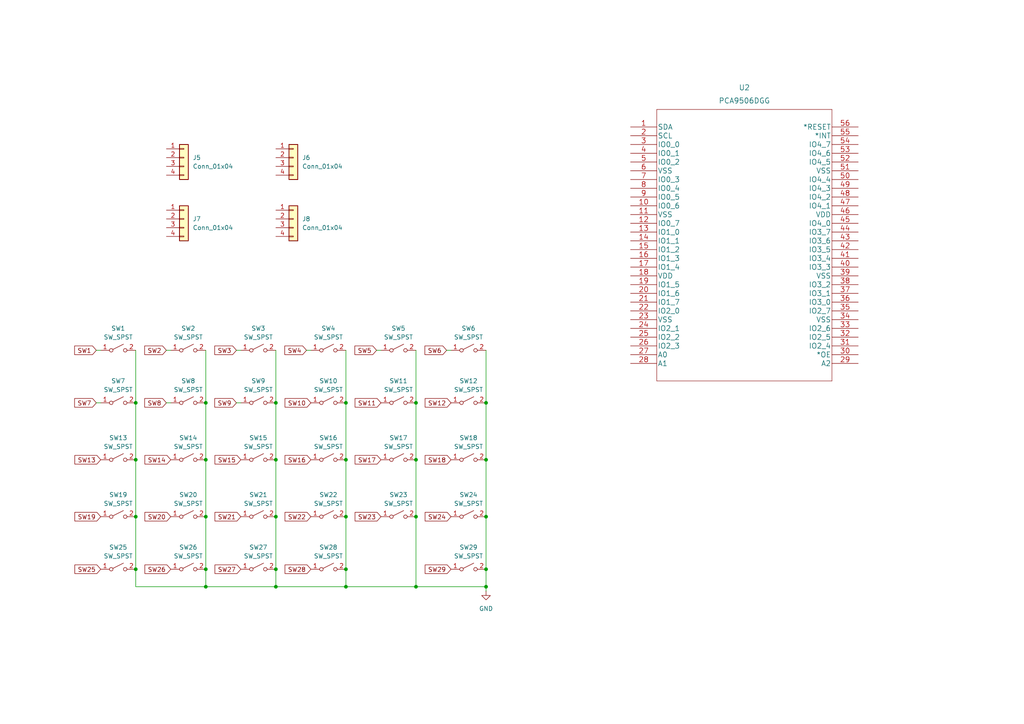
<source format=kicad_sch>
(kicad_sch (version 20211123) (generator eeschema)
  (paper "A4")
  (title_block (title "Denali - Left Keyboard") (date "2022-06-15") (rev "0.1") (company "OSHMount Tech"))
  (lib_symbols
    (symbol "Connector_Generic:Conn_01x04" (pin_names (offset 1.016) hide)
      (property "Reference" "J" (at 0 5.08 0))
      (property "Value" "Conn_01x04" (at 0 -7.62 0))
      (symbol "Conn_01x04_1_1"
        (rectangle (start -1.27 -4.953) (end 0 -5.207) (stroke (width 0.1524)))
        (rectangle (start -1.27 -2.413) (end 0 -2.667) (stroke (width 0.1524)))
        (rectangle (start -1.27 0.127) (end 0 -0.127) (stroke (width 0.1524)))
        (rectangle (start -1.27 2.667) (end 0 2.413) (stroke (width 0.1524)))
        (rectangle (start -1.27 3.81) (end 1.27 -6.35) (stroke (width 0.254)) (fill (type background)))
        (pin passive line (at -5.08 2.54 0) (length 3.81) (name "Pin_1") (number "1"))
        (pin passive line (at -5.08 0 0) (length 3.81) (name "Pin_2") (number "2"))
        (pin passive line (at -5.08 -2.54 0) (length 3.81) (name "Pin_3") (number "3"))
        (pin passive line (at -5.08 -5.08 0) (length 3.81) (name "Pin_4") (number "4"))
      )
    )
    (symbol "Kailh:SW_SPST" (pin_names (offset 0) hide)
      (property "Reference" "SW" (at 0 3.175 0))
      (property "Value" "SW_SPST" (at 0 -2.54 0))
      (symbol "SW_SPST_0_0"
        (circle (center -2.032 0) (radius 0.508))
        (polyline (pts (xy -1.524 0.254) (xy 1.524 1.778)))
        (circle (center 2.032 0) (radius 0.508))
      )
      (symbol "SW_SPST_1_1"
        (pin passive line (at -5.08 0 0) (length 2.54) (name "A") (number "1"))
        (pin passive line (at 5.08 0 180) (length 2.54) (name "B") (number "2"))
      )
    )
    (symbol "PCA9506:PCA9506DGG" (pin_names (offset 0.254))
      (property "Reference" "U" (at 33.02 10.16 0))
      (property "Value" "PCA9506DGG" (at 33.02 7.62 0))
      (symbol "PCA9506DGG_1_1"
        (polyline (pts (xy 7.62 -73.66) (xy 58.42 -73.66)) (stroke (width 0.127)))
        (polyline (pts (xy 7.62 5.08) (xy 7.62 -73.66)) (stroke (width 0.127)))
        (polyline (pts (xy 58.42 -73.66) (xy 58.42 5.08)) (stroke (width 0.127)))
        (polyline (pts (xy 58.42 5.08) (xy 7.62 5.08)) (stroke (width 0.127)))
        (pin unspecified line (at 0 0 0) (length 7.62) (name "SDA") (number "1"))
        (pin unspecified line (at 0 -22.86 0) (length 7.62) (name "IO0_6") (number "10"))
        (pin unspecified line (at 0 -25.4 0) (length 7.62) (name "VSS") (number "11"))
        (pin unspecified line (at 0 -27.94 0) (length 7.62) (name "IO0_7") (number "12"))
        (pin unspecified line (at 0 -30.48 0) (length 7.62) (name "IO1_0") (number "13"))
        (pin unspecified line (at 0 -33.02 0) (length 7.62) (name "IO1_1") (number "14"))
        (pin unspecified line (at 0 -35.56 0) (length 7.62) (name "IO1_2") (number "15"))
        (pin unspecified line (at 0 -38.1 0) (length 7.62) (name "IO1_3") (number "16"))
        (pin unspecified line (at 0 -40.64 0) (length 7.62) (name "IO1_4") (number "17"))
        (pin unspecified line (at 0 -43.18 0) (length 7.62) (name "VDD") (number "18"))
        (pin unspecified line (at 0 -45.72 0) (length 7.62) (name "IO1_5") (number "19"))
        (pin unspecified line (at 0 -2.54 0) (length 7.62) (name "SCL") (number "2"))
        (pin unspecified line (at 0 -48.26 0) (length 7.62) (name "IO1_6") (number "20"))
        (pin unspecified line (at 0 -50.8 0) (length 7.62) (name "IO1_7") (number "21"))
        (pin unspecified line (at 0 -53.34 0) (length 7.62) (name "IO2_0") (number "22"))
        (pin unspecified line (at 0 -55.88 0) (length 7.62) (name "VSS") (number "23"))
        (pin unspecified line (at 0 -58.42 0) (length 7.62) (name "IO2_1") (number "24"))
        (pin unspecified line (at 0 -60.96 0) (length 7.62) (name "IO2_2") (number "25"))
        (pin unspecified line (at 0 -63.5 0) (length 7.62) (name "IO2_3") (number "26"))
        (pin unspecified line (at 0 -66.04 0) (length 7.62) (name "A0") (number "27"))
        (pin unspecified line (at 0 -68.58 0) (length 7.62) (name "A1") (number "28"))
        (pin unspecified line (at 66.04 -68.58 180) (length 7.62) (name "A2") (number "29"))
        (pin unspecified line (at 0 -5.08 0) (length 7.62) (name "IO0_0") (number "3"))
        (pin unspecified line (at 66.04 -66.04 180) (length 7.62) (name "*OE") (number "30"))
        (pin unspecified line (at 66.04 -63.5 180) (length 7.62) (name "IO2_4") (number "31"))
        (pin unspecified line (at 66.04 -60.96 180) (length 7.62) (name "IO2_5") (number "32"))
        (pin unspecified line (at 66.04 -58.42 180) (length 7.62) (name "IO2_6") (number "33"))
        (pin unspecified line (at 66.04 -55.88 180) (length 7.62) (name "VSS") (number "34"))
        (pin unspecified line (at 66.04 -53.34 180) (length 7.62) (name "IO2_7") (number "35"))
        (pin unspecified line (at 66.04 -50.8 180) (length 7.62) (name "IO3_0") (number "36"))
        (pin unspecified line (at 66.04 -48.26 180) (length 7.62) (name "IO3_1") (number "37"))
        (pin unspecified line (at 66.04 -45.72 180) (length 7.62) (name "IO3_2") (number "38"))
        (pin unspecified line (at 66.04 -43.18 180) (length 7.62) (name "VSS") (number "39"))
        (pin unspecified line (at 0 -7.62 0) (length 7.62) (name "IO0_1") (number "4"))
        (pin unspecified line (at 66.04 -40.64 180) (length 7.62) (name "IO3_3") (number "40"))
        (pin unspecified line (at 66.04 -38.1 180) (length 7.62) (name "IO3_4") (number "41"))
        (pin unspecified line (at 66.04 -35.56 180) (length 7.62) (name "IO3_5") (number "42"))
        (pin unspecified line (at 66.04 -33.02 180) (length 7.62) (name "IO3_6") (number "43"))
        (pin unspecified line (at 66.04 -30.48 180) (length 7.62) (name "IO3_7") (number "44"))
        (pin unspecified line (at 66.04 -27.94 180) (length 7.62) (name "IO4_0") (number "45"))
        (pin unspecified line (at 66.04 -25.4 180) (length 7.62) (name "VDD") (number "46"))
        (pin unspecified line (at 66.04 -22.86 180) (length 7.62) (name "IO4_1") (number "47"))
        (pin unspecified line (at 66.04 -20.32 180) (length 7.62) (name "IO4_2") (number "48"))
        (pin unspecified line (at 66.04 -17.78 180) (length 7.62) (name "IO4_3") (number "49"))
        (pin unspecified line (at 0 -10.16 0) (length 7.62) (name "IO0_2") (number "5"))
        (pin unspecified line (at 66.04 -15.24 180) (length 7.62) (name "IO4_4") (number "50"))
        (pin unspecified line (at 66.04 -12.7 180) (length 7.62) (name "VSS") (number "51"))
        (pin unspecified line (at 66.04 -10.16 180) (length 7.62) (name "IO4_5") (number "52"))
        (pin unspecified line (at 66.04 -7.62 180) (length 7.62) (name "IO4_6") (number "53"))
        (pin unspecified line (at 66.04 -5.08 180) (length 7.62) (name "IO4_7") (number "54"))
        (pin unspecified line (at 66.04 -2.54 180) (length 7.62) (name "*INT") (number "55"))
        (pin unspecified line (at 66.04 0 180) (length 7.62) (name "*RESET") (number "56"))
        (pin unspecified line (at 0 -12.7 0) (length 7.62) (name "VSS") (number "6"))
        (pin unspecified line (at 0 -15.24 0) (length 7.62) (name "IO0_3") (number "7"))
        (pin unspecified line (at 0 -17.78 0) (length 7.62) (name "IO0_4") (number "8"))
        (pin unspecified line (at 0 -20.32 0) (length 7.62) (name "IO0_5") (number "9"))
      )
    )
    (symbol "SW_SPST_1" (pin_names (offset 0) hide)
      (property "Reference" "SW" (at 0 3.175 0))
      (property "Value" "SW_SPST_1" (at 0 -2.54 0))
      (symbol "SW_SPST_1_0_0"
        (circle (center -2.032 0) (radius 0.508))
        (polyline (pts (xy -1.524 0.254) (xy 1.524 1.778)))
        (circle (center 2.032 0) (radius 0.508))
      )
      (symbol "SW_SPST_1_1_1"
        (pin passive line (at -5.08 0 0) (length 2.54) (name "A") (number "1"))
        (pin passive line (at 5.08 0 180) (length 2.54) (name "B") (number "2"))
      )
    )
    (symbol "SW_SPST_10" (pin_names (offset 0) hide)
      (property "Reference" "SW" (at 0 3.175 0))
      (property "Value" "SW_SPST_10" (at 0 -2.54 0))
      (symbol "SW_SPST_10_0_0"
        (circle (center -2.032 0) (radius 0.508))
        (polyline (pts (xy -1.524 0.254) (xy 1.524 1.778)))
        (circle (center 2.032 0) (radius 0.508))
      )
      (symbol "SW_SPST_10_1_1"
        (pin passive line (at -5.08 0 0) (length 2.54) (name "A") (number "1"))
        (pin passive line (at 5.08 0 180) (length 2.54) (name "B") (number "2"))
      )
    )
    (symbol "SW_SPST_11" (pin_names (offset 0) hide)
      (property "Reference" "SW" (at 0 3.175 0))
      (property "Value" "SW_SPST_11" (at 0 -2.54 0))
      (symbol "SW_SPST_11_0_0"
        (circle (center -2.032 0) (radius 0.508))
        (polyline (pts (xy -1.524 0.254) (xy 1.524 1.778)))
        (circle (center 2.032 0) (radius 0.508))
      )
      (symbol "SW_SPST_11_1_1"
        (pin passive line (at -5.08 0 0) (length 2.54) (name "A") (number "1"))
        (pin passive line (at 5.08 0 180) (length 2.54) (name "B") (number "2"))
      )
    )
    (symbol "SW_SPST_12" (pin_names (offset 0) hide)
      (property "Reference" "SW" (at 0 3.175 0))
      (property "Value" "SW_SPST_12" (at 0 -2.54 0))
      (symbol "SW_SPST_12_0_0"
        (circle (center -2.032 0) (radius 0.508))
        (polyline (pts (xy -1.524 0.254) (xy 1.524 1.778)))
        (circle (center 2.032 0) (radius 0.508))
      )
      (symbol "SW_SPST_12_1_1"
        (pin passive line (at -5.08 0 0) (length 2.54) (name "A") (number "1"))
        (pin passive line (at 5.08 0 180) (length 2.54) (name "B") (number "2"))
      )
    )
    (symbol "SW_SPST_13" (pin_names (offset 0) hide)
      (property "Reference" "SW" (at 0 3.175 0))
      (property "Value" "SW_SPST_13" (at 0 -2.54 0))
      (symbol "SW_SPST_13_0_0"
        (circle (center -2.032 0) (radius 0.508))
        (polyline (pts (xy -1.524 0.254) (xy 1.524 1.778)))
        (circle (center 2.032 0) (radius 0.508))
      )
      (symbol "SW_SPST_13_1_1"
        (pin passive line (at -5.08 0 0) (length 2.54) (name "A") (number "1"))
        (pin passive line (at 5.08 0 180) (length 2.54) (name "B") (number "2"))
      )
    )
    (symbol "SW_SPST_14" (pin_names (offset 0) hide)
      (property "Reference" "SW" (at 0 3.175 0))
      (property "Value" "SW_SPST_14" (at 0 -2.54 0))
      (symbol "SW_SPST_14_0_0"
        (circle (center -2.032 0) (radius 0.508))
        (polyline (pts (xy -1.524 0.254) (xy 1.524 1.778)))
        (circle (center 2.032 0) (radius 0.508))
      )
      (symbol "SW_SPST_14_1_1"
        (pin passive line (at -5.08 0 0) (length 2.54) (name "A") (number "1"))
        (pin passive line (at 5.08 0 180) (length 2.54) (name "B") (number "2"))
      )
    )
    (symbol "SW_SPST_15" (pin_names (offset 0) hide)
      (property "Reference" "SW" (at 0 3.175 0))
      (property "Value" "SW_SPST_15" (at 0 -2.54 0))
      (symbol "SW_SPST_15_0_0"
        (circle (center -2.032 0) (radius 0.508))
        (polyline (pts (xy -1.524 0.254) (xy 1.524 1.778)))
        (circle (center 2.032 0) (radius 0.508))
      )
      (symbol "SW_SPST_15_1_1"
        (pin passive line (at -5.08 0 0) (length 2.54) (name "A") (number "1"))
        (pin passive line (at 5.08 0 180) (length 2.54) (name "B") (number "2"))
      )
    )
    (symbol "SW_SPST_16" (pin_names (offset 0) hide)
      (property "Reference" "SW" (at 0 3.175 0))
      (property "Value" "SW_SPST_16" (at 0 -2.54 0))
      (symbol "SW_SPST_16_0_0"
        (circle (center -2.032 0) (radius 0.508))
        (polyline (pts (xy -1.524 0.254) (xy 1.524 1.778)))
        (circle (center 2.032 0) (radius 0.508))
      )
      (symbol "SW_SPST_16_1_1"
        (pin passive line (at -5.08 0 0) (length 2.54) (name "A") (number "1"))
        (pin passive line (at 5.08 0 180) (length 2.54) (name "B") (number "2"))
      )
    )
    (symbol "SW_SPST_17" (pin_names (offset 0) hide)
      (property "Reference" "SW" (at 0 3.175 0))
      (property "Value" "SW_SPST_17" (at 0 -2.54 0))
      (symbol "SW_SPST_17_0_0"
        (circle (center -2.032 0) (radius 0.508))
        (polyline (pts (xy -1.524 0.254) (xy 1.524 1.778)))
        (circle (center 2.032 0) (radius 0.508))
      )
      (symbol "SW_SPST_17_1_1"
        (pin passive line (at -5.08 0 0) (length 2.54) (name "A") (number "1"))
        (pin passive line (at 5.08 0 180) (length 2.54) (name "B") (number "2"))
      )
    )
    (symbol "SW_SPST_18" (pin_names (offset 0) hide)
      (property "Reference" "SW" (at 0 3.175 0))
      (property "Value" "SW_SPST_18" (at 0 -2.54 0))
      (symbol "SW_SPST_18_0_0"
        (circle (center -2.032 0) (radius 0.508))
        (polyline (pts (xy -1.524 0.254) (xy 1.524 1.778)))
        (circle (center 2.032 0) (radius 0.508))
      )
      (symbol "SW_SPST_18_1_1"
        (pin passive line (at -5.08 0 0) (length 2.54) (name "A") (number "1"))
        (pin passive line (at 5.08 0 180) (length 2.54) (name "B") (number "2"))
      )
    )
    (symbol "SW_SPST_19" (pin_names (offset 0) hide)
      (property "Reference" "SW" (at 0 3.175 0))
      (property "Value" "SW_SPST_19" (at 0 -2.54 0))
      (symbol "SW_SPST_19_0_0"
        (circle (center -2.032 0) (radius 0.508))
        (polyline (pts (xy -1.524 0.254) (xy 1.524 1.778)))
        (circle (center 2.032 0) (radius 0.508))
      )
      (symbol "SW_SPST_19_1_1"
        (pin passive line (at -5.08 0 0) (length 2.54) (name "A") (number "1"))
        (pin passive line (at 5.08 0 180) (length 2.54) (name "B") (number "2"))
      )
    )
    (symbol "SW_SPST_2" (pin_names (offset 0) hide)
      (property "Reference" "SW" (at 0 3.175 0))
      (property "Value" "SW_SPST_2" (at 0 -2.54 0))
      (symbol "SW_SPST_2_0_0"
        (circle (center -2.032 0) (radius 0.508))
        (polyline (pts (xy -1.524 0.254) (xy 1.524 1.778)))
        (circle (center 2.032 0) (radius 0.508))
      )
      (symbol "SW_SPST_2_1_1"
        (pin passive line (at -5.08 0 0) (length 2.54) (name "A") (number "1"))
        (pin passive line (at 5.08 0 180) (length 2.54) (name "B") (number "2"))
      )
    )
    (symbol "SW_SPST_20" (pin_names (offset 0) hide)
      (property "Reference" "SW" (at 0 3.175 0))
      (property "Value" "SW_SPST_20" (at 0 -2.54 0))
      (symbol "SW_SPST_20_0_0"
        (circle (center -2.032 0) (radius 0.508))
        (polyline (pts (xy -1.524 0.254) (xy 1.524 1.778)))
        (circle (center 2.032 0) (radius 0.508))
      )
      (symbol "SW_SPST_20_1_1"
        (pin passive line (at -5.08 0 0) (length 2.54) (name "A") (number "1"))
        (pin passive line (at 5.08 0 180) (length 2.54) (name "B") (number "2"))
      )
    )
    (symbol "SW_SPST_21" (pin_names (offset 0) hide)
      (property "Reference" "SW" (at 0 3.175 0))
      (property "Value" "SW_SPST_21" (at 0 -2.54 0))
      (symbol "SW_SPST_21_0_0"
        (circle (center -2.032 0) (radius 0.508))
        (polyline (pts (xy -1.524 0.254) (xy 1.524 1.778)))
        (circle (center 2.032 0) (radius 0.508))
      )
      (symbol "SW_SPST_21_1_1"
        (pin passive line (at -5.08 0 0) (length 2.54) (name "A") (number "1"))
        (pin passive line (at 5.08 0 180) (length 2.54) (name "B") (number "2"))
      )
    )
    (symbol "SW_SPST_22" (pin_names (offset 0) hide)
      (property "Reference" "SW" (at 0 3.175 0))
      (property "Value" "SW_SPST_22" (at 0 -2.54 0))
      (symbol "SW_SPST_22_0_0"
        (circle (center -2.032 0) (radius 0.508))
        (polyline (pts (xy -1.524 0.254) (xy 1.524 1.778)))
        (circle (center 2.032 0) (radius 0.508))
      )
      (symbol "SW_SPST_22_1_1"
        (pin passive line (at -5.08 0 0) (length 2.54) (name "A") (number "1"))
        (pin passive line (at 5.08 0 180) (length 2.54) (name "B") (number "2"))
      )
    )
    (symbol "SW_SPST_23" (pin_names (offset 0) hide)
      (property "Reference" "SW" (at 0 3.175 0))
      (property "Value" "SW_SPST_23" (at 0 -2.54 0))
      (symbol "SW_SPST_23_0_0"
        (circle (center -2.032 0) (radius 0.508))
        (polyline (pts (xy -1.524 0.254) (xy 1.524 1.778)))
        (circle (center 2.032 0) (radius 0.508))
      )
      (symbol "SW_SPST_23_1_1"
        (pin passive line (at -5.08 0 0) (length 2.54) (name "A") (number "1"))
        (pin passive line (at 5.08 0 180) (length 2.54) (name "B") (number "2"))
      )
    )
    (symbol "SW_SPST_24" (pin_names (offset 0) hide)
      (property "Reference" "SW" (at 0 3.175 0))
      (property "Value" "SW_SPST_24" (at 0 -2.54 0))
      (symbol "SW_SPST_24_0_0"
        (circle (center -2.032 0) (radius 0.508))
        (polyline (pts (xy -1.524 0.254) (xy 1.524 1.778)))
        (circle (center 2.032 0) (radius 0.508))
      )
      (symbol "SW_SPST_24_1_1"
        (pin passive line (at -5.08 0 0) (length 2.54) (name "A") (number "1"))
        (pin passive line (at 5.08 0 180) (length 2.54) (name "B") (number "2"))
      )
    )
    (symbol "SW_SPST_25" (pin_names (offset 0) hide)
      (property "Reference" "SW" (at 0 3.175 0))
      (property "Value" "SW_SPST_25" (at 0 -2.54 0))
      (symbol "SW_SPST_25_0_0"
        (circle (center -2.032 0) (radius 0.508))
        (polyline (pts (xy -1.524 0.254) (xy 1.524 1.778)))
        (circle (center 2.032 0) (radius 0.508))
      )
      (symbol "SW_SPST_25_1_1"
        (pin passive line (at -5.08 0 0) (length 2.54) (name "A") (number "1"))
        (pin passive line (at 5.08 0 180) (length 2.54) (name "B") (number "2"))
      )
    )
    (symbol "SW_SPST_26" (pin_names (offset 0) hide)
      (property "Reference" "SW" (at 0 3.175 0))
      (property "Value" "SW_SPST_26" (at 0 -2.54 0))
      (symbol "SW_SPST_26_0_0"
        (circle (center -2.032 0) (radius 0.508))
        (polyline (pts (xy -1.524 0.254) (xy 1.524 1.778)))
        (circle (center 2.032 0) (radius 0.508))
      )
      (symbol "SW_SPST_26_1_1"
        (pin passive line (at -5.08 0 0) (length 2.54) (name "A") (number "1"))
        (pin passive line (at 5.08 0 180) (length 2.54) (name "B") (number "2"))
      )
    )
    (symbol "SW_SPST_27" (pin_names (offset 0) hide)
      (property "Reference" "SW" (at 0 3.175 0))
      (property "Value" "SW_SPST_27" (at 0 -2.54 0))
      (symbol "SW_SPST_27_0_0"
        (circle (center -2.032 0) (radius 0.508))
        (polyline (pts (xy -1.524 0.254) (xy 1.524 1.778)))
        (circle (center 2.032 0) (radius 0.508))
      )
      (symbol "SW_SPST_27_1_1"
        (pin passive line (at -5.08 0 0) (length 2.54) (name "A") (number "1"))
        (pin passive line (at 5.08 0 180) (length 2.54) (name "B") (number "2"))
      )
    )
    (symbol "SW_SPST_28" (pin_names (offset 0) hide)
      (property "Reference" "SW" (at 0 3.175 0))
      (property "Value" "SW_SPST_28" (at 0 -2.54 0))
      (symbol "SW_SPST_28_0_0"
        (circle (center -2.032 0) (radius 0.508))
        (polyline (pts (xy -1.524 0.254) (xy 1.524 1.778)))
        (circle (center 2.032 0) (radius 0.508))
      )
      (symbol "SW_SPST_28_1_1"
        (pin passive line (at -5.08 0 0) (length 2.54) (name "A") (number "1"))
        (pin passive line (at 5.08 0 180) (length 2.54) (name "B") (number "2"))
      )
    )
    (symbol "SW_SPST_3" (pin_names (offset 0) hide)
      (property "Reference" "SW" (at 0 3.175 0))
      (property "Value" "SW_SPST_3" (at 0 -2.54 0))
      (symbol "SW_SPST_3_0_0"
        (circle (center -2.032 0) (radius 0.508))
        (polyline (pts (xy -1.524 0.254) (xy 1.524 1.778)))
        (circle (center 2.032 0) (radius 0.508))
      )
      (symbol "SW_SPST_3_1_1"
        (pin passive line (at -5.08 0 0) (length 2.54) (name "A") (number "1"))
        (pin passive line (at 5.08 0 180) (length 2.54) (name "B") (number "2"))
      )
    )
    (symbol "SW_SPST_4" (pin_names (offset 0) hide)
      (property "Reference" "SW" (at 0 3.175 0))
      (property "Value" "SW_SPST_4" (at 0 -2.54 0))
      (symbol "SW_SPST_4_0_0"
        (circle (center -2.032 0) (radius 0.508))
        (polyline (pts (xy -1.524 0.254) (xy 1.524 1.778)))
        (circle (center 2.032 0) (radius 0.508))
      )
      (symbol "SW_SPST_4_1_1"
        (pin passive line (at -5.08 0 0) (length 2.54) (name "A") (number "1"))
        (pin passive line (at 5.08 0 180) (length 2.54) (name "B") (number "2"))
      )
    )
    (symbol "SW_SPST_5" (pin_names (offset 0) hide)
      (property "Reference" "SW" (at 0 3.175 0))
      (property "Value" "SW_SPST_5" (at 0 -2.54 0))
      (symbol "SW_SPST_5_0_0"
        (circle (center -2.032 0) (radius 0.508))
        (polyline (pts (xy -1.524 0.254) (xy 1.524 1.778)))
        (circle (center 2.032 0) (radius 0.508))
      )
      (symbol "SW_SPST_5_1_1"
        (pin passive line (at -5.08 0 0) (length 2.54) (name "A") (number "1"))
        (pin passive line (at 5.08 0 180) (length 2.54) (name "B") (number "2"))
      )
    )
    (symbol "SW_SPST_6" (pin_names (offset 0) hide)
      (property "Reference" "SW" (at 0 3.175 0))
      (property "Value" "SW_SPST_6" (at 0 -2.54 0))
      (symbol "SW_SPST_6_0_0"
        (circle (center -2.032 0) (radius 0.508))
        (polyline (pts (xy -1.524 0.254) (xy 1.524 1.778)))
        (circle (center 2.032 0) (radius 0.508))
      )
      (symbol "SW_SPST_6_1_1"
        (pin passive line (at -5.08 0 0) (length 2.54) (name "A") (number "1"))
        (pin passive line (at 5.08 0 180) (length 2.54) (name "B") (number "2"))
      )
    )
    (symbol "SW_SPST_7" (pin_names (offset 0) hide)
      (property "Reference" "SW" (at 0 3.175 0))
      (property "Value" "SW_SPST_7" (at 0 -2.54 0))
      (symbol "SW_SPST_7_0_0"
        (circle (center -2.032 0) (radius 0.508))
        (polyline (pts (xy -1.524 0.254) (xy 1.524 1.778)))
        (circle (center 2.032 0) (radius 0.508))
      )
      (symbol "SW_SPST_7_1_1"
        (pin passive line (at -5.08 0 0) (length 2.54) (name "A") (number "1"))
        (pin passive line (at 5.08 0 180) (length 2.54) (name "B") (number "2"))
      )
    )
    (symbol "SW_SPST_8" (pin_names (offset 0) hide)
      (property "Reference" "SW" (at 0 3.175 0))
      (property "Value" "SW_SPST_8" (at 0 -2.54 0))
      (symbol "SW_SPST_8_0_0"
        (circle (center -2.032 0) (radius 0.508))
        (polyline (pts (xy -1.524 0.254) (xy 1.524 1.778)))
        (circle (center 2.032 0) (radius 0.508))
      )
      (symbol "SW_SPST_8_1_1"
        (pin passive line (at -5.08 0 0) (length 2.54) (name "A") (number "1"))
        (pin passive line (at 5.08 0 180) (length 2.54) (name "B") (number "2"))
      )
    )
    (symbol "SW_SPST_9" (pin_names (offset 0) hide)
      (property "Reference" "SW" (at 0 3.175 0))
      (property "Value" "SW_SPST_9" (at 0 -2.54 0))
      (symbol "SW_SPST_9_0_0"
        (circle (center -2.032 0) (radius 0.508))
        (polyline (pts (xy -1.524 0.254) (xy 1.524 1.778)))
        (circle (center 2.032 0) (radius 0.508))
      )
      (symbol "SW_SPST_9_1_1"
        (pin passive line (at -5.08 0 0) (length 2.54) (name "A") (number "1"))
        (pin passive line (at 5.08 0 180) (length 2.54) (name "B") (number "2"))
      )
    )
    (symbol "power:GND" (power) (pin_names (offset 0))
      (property "Value" "GND" (at 0 -3.81 0))
      (symbol "GND_0_1"
        (polyline (pts (xy 0 0) (xy 0 -1.27) (xy 1.27 -1.27) (xy 0 -2.54) (xy -1.27 -1.27) (xy 0 -1.27)))
      )
      (symbol "GND_1_1"
        (pin power_in line (at 0 0 270) (length 0) hide (name "GND") (number "1"))
      )
    )
  )
  (junction (at 59.69 133.35))
  (junction (at 80.01 116.84))
  (junction (at 140.97 133.35))
  (junction (at 100.33 149.86))
  (junction (at 80.01 170.18))
  (junction (at 80.01 133.35))
  (junction (at 39.37 149.86))
  (junction (at 140.97 116.84))
  (junction (at 59.69 149.86))
  (junction (at 39.37 116.84))
  (junction (at 120.65 149.86))
  (junction (at 120.65 170.18))
  (junction (at 140.97 165.1))
  (junction (at 59.69 170.18))
  (junction (at 100.33 165.1))
  (junction (at 39.37 165.1))
  (junction (at 120.65 133.35))
  (junction (at 140.97 149.86))
  (junction (at 100.33 133.35))
  (junction (at 59.69 116.84))
  (junction (at 100.33 116.84))
  (junction (at 80.01 165.1))
  (junction (at 100.33 170.18))
  (junction (at 39.37 133.35))
  (junction (at 120.65 116.84))
  (junction (at 140.97 170.18))
  (junction (at 80.01 149.86))
  (junction (at 59.69 165.1))
  (wire (pts (xy 140.97 165.1) (xy 140.97 170.18)))
  (wire (pts (xy 120.65 133.35) (xy 120.65 149.86)))
  (wire (pts (xy 39.37 116.84) (xy 39.37 133.35)))
  (wire (pts (xy 140.97 116.84) (xy 140.97 133.35)))
  (wire (pts (xy 120.65 101.6) (xy 120.65 116.84)))
  (wire (pts (xy 140.97 170.18) (xy 140.97 171.45)))
  (wire (pts (xy 59.69 101.6) (xy 59.69 116.84)))
  (wire (pts (xy 88.9 101.6) (xy 90.17 101.6)))
  (wire (pts (xy 27.94 101.6) (xy 29.21 101.6)))
  (wire (pts (xy 100.33 133.35) (xy 100.33 149.86)))
  (wire (pts (xy 68.58 116.84) (xy 69.85 116.84)))
  (wire (pts (xy 68.58 101.6) (xy 69.85 101.6)))
  (wire (pts (xy 100.33 165.1) (xy 100.33 170.18)))
  (wire (pts (xy 100.33 170.18) (xy 120.65 170.18)))
  (wire (pts (xy 39.37 101.6) (xy 39.37 116.84)))
  (wire (pts (xy 120.65 170.18) (xy 140.97 170.18)))
  (wire (pts (xy 80.01 149.86) (xy 80.01 165.1)))
  (wire (pts (xy 39.37 133.35) (xy 39.37 149.86)))
  (wire (pts (xy 100.33 116.84) (xy 100.33 133.35)))
  (wire (pts (xy 48.26 116.84) (xy 49.53 116.84)))
  (wire (pts (xy 59.69 133.35) (xy 59.69 149.86)))
  (wire (pts (xy 100.33 149.86) (xy 100.33 165.1)))
  (wire (pts (xy 39.37 149.86) (xy 39.37 165.1)))
  (wire (pts (xy 120.65 149.86) (xy 120.65 170.18)))
  (wire (pts (xy 140.97 101.6) (xy 140.97 116.84)))
  (wire (pts (xy 48.26 101.6) (xy 49.53 101.6)))
  (wire (pts (xy 80.01 170.18) (xy 100.33 170.18)))
  (wire (pts (xy 39.37 170.18) (xy 59.69 170.18)))
  (wire (pts (xy 140.97 149.86) (xy 140.97 165.1)))
  (wire (pts (xy 100.33 101.6) (xy 100.33 116.84)))
  (wire (pts (xy 140.97 133.35) (xy 140.97 149.86)))
  (wire (pts (xy 80.01 116.84) (xy 80.01 133.35)))
  (wire (pts (xy 80.01 165.1) (xy 80.01 170.18)))
  (wire (pts (xy 59.69 116.84) (xy 59.69 133.35)))
  (wire (pts (xy 109.22 101.6) (xy 110.49 101.6)))
  (wire (pts (xy 80.01 133.35) (xy 80.01 149.86)))
  (wire (pts (xy 27.94 116.84) (xy 29.21 116.84)))
  (wire (pts (xy 59.69 149.86) (xy 59.69 165.1)))
  (wire (pts (xy 129.54 101.6) (xy 130.81 101.6)))
  (wire (pts (xy 120.65 116.84) (xy 120.65 133.35)))
  (wire (pts (xy 39.37 165.1) (xy 39.37 170.18)))
  (wire (pts (xy 80.01 101.6) (xy 80.01 116.84)))
  (wire (pts (xy 59.69 170.18) (xy 80.01 170.18)))
  (wire (pts (xy 59.69 165.1) (xy 59.69 170.18)))
  (global_label "SW27" (shape input) (at 69.85 165.1 180) (property "Intersheet References" "${INTERSHEET_REFS}" (effects hide)))
  (global_label "SW20" (shape input) (at 49.53 149.86 180) (property "Intersheet References" "${INTERSHEET_REFS}" (effects hide)))
  (global_label "SW4" (shape input) (at 88.9 101.6 180) (property "Intersheet References" "${INTERSHEET_REFS}" (effects hide)))
  (global_label "SW1" (shape input) (at 27.94 101.6 180) (property "Intersheet References" "${INTERSHEET_REFS}" (effects hide)))
  (global_label "SW25" (shape input) (at 29.21 165.1 180) (property "Intersheet References" "${INTERSHEET_REFS}" (effects hide)))
  (global_label "SW12" (shape input) (at 130.81 116.84 180) (property "Intersheet References" "${INTERSHEET_REFS}" (effects hide)))
  (global_label "SW24" (shape input) (at 130.81 149.86 180) (property "Intersheet References" "${INTERSHEET_REFS}" (effects hide)))
  (global_label "SW13" (shape input) (at 29.21 133.35 180) (property "Intersheet References" "${INTERSHEET_REFS}" (effects hide)))
  (global_label "SW14" (shape input) (at 49.53 133.35 180) (property "Intersheet References" "${INTERSHEET_REFS}" (effects hide)))
  (global_label "SW6" (shape input) (at 129.54 101.6 180) (property "Intersheet References" "${INTERSHEET_REFS}" (effects hide)))
  (global_label "SW5" (shape input) (at 109.22 101.6 180) (property "Intersheet References" "${INTERSHEET_REFS}" (effects hide)))
  (global_label "SW10" (shape input) (at 90.17 116.84 180) (property "Intersheet References" "${INTERSHEET_REFS}" (effects hide)))
  (global_label "SW16" (shape input) (at 90.17 133.35 180) (property "Intersheet References" "${INTERSHEET_REFS}" (effects hide)))
  (global_label "SW28" (shape input) (at 90.17 165.1 180) (property "Intersheet References" "${INTERSHEET_REFS}" (effects hide)))
  (global_label "SW23" (shape input) (at 110.49 149.86 180) (property "Intersheet References" "${INTERSHEET_REFS}" (effects hide)))
  (global_label "SW17" (shape input) (at 110.49 133.35 180) (property "Intersheet References" "${INTERSHEET_REFS}" (effects hide)))
  (global_label "SW2" (shape input) (at 48.26 101.6 180) (property "Intersheet References" "${INTERSHEET_REFS}" (effects hide)))
  (global_label "SW9" (shape input) (at 68.58 116.84 180) (property "Intersheet References" "${INTERSHEET_REFS}" (effects hide)))
  (global_label "SW3" (shape input) (at 68.58 101.6 180) (property "Intersheet References" "${INTERSHEET_REFS}" (effects hide)))
  (global_label "SW15" (shape input) (at 69.85 133.35 180) (property "Intersheet References" "${INTERSHEET_REFS}" (effects hide)))
  (global_label "SW26" (shape input) (at 49.53 165.1 180) (property "Intersheet References" "${INTERSHEET_REFS}" (effects hide)))
  (global_label "SW8" (shape input) (at 48.26 116.84 180) (property "Intersheet References" "${INTERSHEET_REFS}" (effects hide)))
  (global_label "SW18" (shape input) (at 130.81 133.35 180) (property "Intersheet References" "${INTERSHEET_REFS}" (effects hide)))
  (global_label "SW11" (shape input) (at 110.49 116.84 180) (property "Intersheet References" "${INTERSHEET_REFS}" (effects hide)))
  (global_label "SW21" (shape input) (at 69.85 149.86 180) (property "Intersheet References" "${INTERSHEET_REFS}" (effects hide)))
  (global_label "SW22" (shape input) (at 90.17 149.86 180) (property "Intersheet References" "${INTERSHEET_REFS}" (effects hide)))
  (global_label "SW29" (shape input) (at 130.81 165.1 180) (property "Intersheet References" "${INTERSHEET_REFS}" (effects hide)))
  (global_label "SW19" (shape input) (at 29.21 149.86 180) (property "Intersheet References" "${INTERSHEET_REFS}" (effects hide)))
  (global_label "SW7" (shape input) (at 27.94 116.84 180) (property "Intersheet References" "${INTERSHEET_REFS}" (effects hide)))
  (symbol (lib_name "SW_SPST_5") (lib_id "Kailh:SW_SPST") (at 34.29 133.35 0) (unit 1)
    (property "Reference" "SW13" (at 34.29 127 0))
    (property "Value" "SW_SPST" (at 34.29 129.54 0))
    (property "Footprint" "Kailh:Kailh_socket_MX" (effects hide))
    (property "Datasheet" "${OSHMOUNT_LIBRARY}/Kailh/Kailh_Polia_datasheet.pdf" (effects hide))
  )
  (symbol (lib_name "SW_SPST_8") (lib_id "Kailh:SW_SPST") (at 135.89 165.1 0) (unit 1)
    (property "Reference" "SW29" (at 135.89 158.75 0))
    (property "Value" "SW_SPST" (at 135.89 161.29 0))
    (property "Footprint" "Kailh:Kailh_socket_MX" (effects hide))
    (property "Datasheet" "${OSHMOUNT_LIBRARY}/Kailh/Kailh_Polia_datasheet.pdf" (effects hide))
  )
  (symbol (lib_name "SW_SPST_9") (lib_id "Kailh:SW_SPST") (at 95.25 165.1 0) (unit 1)
    (property "Reference" "SW28" (at 95.25 158.75 0))
    (property "Value" "SW_SPST" (at 95.25 161.29 0))
    (property "Footprint" "Kailh:Kailh_socket_MX" (effects hide))
    (property "Datasheet" "${OSHMOUNT_LIBRARY}/Kailh/Kailh_Polia_datasheet.pdf" (effects hide))
  )
  (symbol (lib_name "SW_SPST_24") (lib_id "Kailh:SW_SPST") (at 74.93 165.1 0) (unit 1)
    (property "Reference" "SW27" (at 74.93 158.75 0))
    (property "Value" "SW_SPST" (at 74.93 161.29 0))
    (property "Footprint" "Kailh:Kailh_socket_MX" (effects hide))
    (property "Datasheet" "${OSHMOUNT_LIBRARY}/Kailh/Kailh_Polia_datasheet.pdf" (effects hide))
  )
  (symbol (lib_name "SW_SPST_25") (lib_id "Kailh:SW_SPST") (at 74.93 133.35 0) (unit 1)
    (property "Reference" "SW15" (at 74.93 127 0))
    (property "Value" "SW_SPST" (at 74.93 129.54 0))
    (property "Footprint" "Kailh:Kailh_socket_MX" (effects hide))
    (property "Datasheet" "${OSHMOUNT_LIBRARY}/Kailh/Kailh_Polia_datasheet.pdf" (effects hide))
  )
  (symbol (lib_id "Connector_Generic:Conn_01x04") (at 85.09 45.72 0) (unit 1)
    (property "Reference" "J6" (at 87.63 45.7199 0) (effects (justify left)))
    (property "Value" "Conn_01x04" (at 87.63 48.2599 0) (effects (justify left)))
  )
  (symbol (lib_id "Connector_Generic:Conn_01x04") (at 85.09 63.5 0) (unit 1)
    (property "Reference" "J8" (at 87.63 63.4999 0) (effects (justify left)))
    (property "Value" "Conn_01x04" (at 87.63 66.0399 0) (effects (justify left)))
  )
  (symbol (lib_name "SW_SPST_10") (lib_id "Kailh:SW_SPST") (at 115.57 149.86 0) (unit 1)
    (property "Reference" "SW23" (at 115.57 143.51 0))
    (property "Value" "SW_SPST" (at 115.57 146.05 0))
    (property "Footprint" "Kailh:Kailh_socket_MX" (effects hide))
    (property "Datasheet" "${OSHMOUNT_LIBRARY}/Kailh/Kailh_Polia_datasheet.pdf" (effects hide))
  )
  (symbol (lib_name "SW_SPST_7") (lib_id "Kailh:SW_SPST") (at 95.25 149.86 0) (unit 1)
    (property "Reference" "SW22" (at 95.25 143.51 0))
    (property "Value" "SW_SPST" (at 95.25 146.05 0))
    (property "Footprint" "Kailh:Kailh_socket_MX" (effects hide))
    (property "Datasheet" "${OSHMOUNT_LIBRARY}/Kailh/Kailh_Polia_datasheet.pdf" (effects hide))
  )
  (symbol (lib_name "SW_SPST_3") (lib_id "Kailh:SW_SPST") (at 54.61 149.86 0) (unit 1)
    (property "Reference" "SW20" (at 54.61 143.51 0))
    (property "Value" "SW_SPST" (at 54.61 146.05 0))
    (property "Footprint" "Kailh:Kailh_socket_MX" (effects hide))
    (property "Datasheet" "${OSHMOUNT_LIBRARY}/Kailh/Kailh_Polia_datasheet.pdf" (effects hide))
  )
  (symbol (lib_name "SW_SPST_4") (lib_id "Kailh:SW_SPST") (at 34.29 165.1 0) (unit 1)
    (property "Reference" "SW25" (at 34.29 158.75 0))
    (property "Value" "SW_SPST" (at 34.29 161.29 0))
    (property "Footprint" "Kailh:Kailh_socket_MX" (effects hide))
    (property "Datasheet" "${OSHMOUNT_LIBRARY}/Kailh/Kailh_Polia_datasheet.pdf" (effects hide))
  )
  (symbol (lib_name "SW_SPST_16") (lib_id "Kailh:SW_SPST") (at 54.61 101.6 0) (unit 1)
    (property "Reference" "SW2" (at 54.61 95.25 0))
    (property "Value" "SW_SPST" (at 54.61 97.79 0))
    (property "Footprint" "Kailh:Kailh_socket_MX" (effects hide))
    (property "Datasheet" "${OSHMOUNT_LIBRARY}/Kailh/Kailh_Polia_datasheet.pdf" (effects hide))
  )
  (symbol (lib_name "SW_SPST_18") (lib_id "Kailh:SW_SPST") (at 115.57 116.84 0) (unit 1)
    (property "Reference" "SW11" (at 115.57 110.49 0))
    (property "Value" "SW_SPST" (at 115.57 113.03 0))
    (property "Footprint" "Kailh:Kailh_socket_MX" (effects hide))
    (property "Datasheet" "${OSHMOUNT_LIBRARY}/Kailh/Kailh_Polia_datasheet.pdf" (effects hide))
  )
  (symbol (lib_id "Connector_Generic:Conn_01x04") (at 53.34 45.72 0) (unit 1)
    (property "Reference" "J5" (at 55.88 45.7199 0) (effects (justify left)))
    (property "Value" "Conn_01x04" (at 55.88 48.2599 0) (effects (justify left)))
  )
  (symbol (lib_name "SW_SPST_28") (lib_id "Kailh:SW_SPST") (at 135.89 116.84 0) (unit 1)
    (property "Reference" "SW12" (at 135.89 110.49 0))
    (property "Value" "SW_SPST" (at 135.89 113.03 0))
    (property "Footprint" "Kailh:Kailh_socket_MX" (effects hide))
    (property "Datasheet" "${OSHMOUNT_LIBRARY}/Kailh/Kailh_Polia_datasheet.pdf" (effects hide))
  )
  (symbol (lib_id "PCA9506:PCA9506DGG") (at 182.88 36.83 0) (unit 1)
    (property "Reference" "U2" (at 215.9 25.4 0) (effects (font (size 1.524 1.524))))
    (property "Value" "PCA9506DGG" (at 215.9 29.21 0) (effects (font (size 1.524 1.524))))
    (property "Footprint" "PCA9506:PCA9506DGG" (effects hide))
    (property "Datasheet" "${OSHMOUNT_LIBRARY}/PCA9506DGG/PCA9505_9506.pdf" (effects hide))
  )
  (symbol (lib_name "SW_SPST_12") (lib_id "Kailh:SW_SPST") (at 34.29 116.84 0) (unit 1)
    (property "Reference" "SW7" (at 34.29 110.49 0))
    (property "Value" "SW_SPST" (at 34.29 113.03 0))
    (property "Footprint" "Kailh:Kailh_socket_MX" (effects hide))
    (property "Datasheet" "${OSHMOUNT_LIBRARY}/Kailh/Kailh_Polia_datasheet.pdf" (effects hide))
  )
  (symbol (lib_name "SW_SPST_20") (lib_id "Kailh:SW_SPST") (at 95.25 116.84 0) (unit 1)
    (property "Reference" "SW10" (at 95.25 110.49 0))
    (property "Value" "SW_SPST" (at 95.25 113.03 0))
    (property "Footprint" "Kailh:Kailh_socket_MX" (effects hide))
    (property "Datasheet" "${OSHMOUNT_LIBRARY}/Kailh/Kailh_Polia_datasheet.pdf" (effects hide))
  )
  (symbol (lib_name "SW_SPST_26") (lib_id "Kailh:SW_SPST") (at 54.61 133.35 0) (unit 1)
    (property "Reference" "SW14" (at 54.61 127 0))
    (property "Value" "SW_SPST" (at 54.61 129.54 0))
    (property "Footprint" "Kailh:Kailh_socket_MX" (effects hide))
    (property "Datasheet" "${OSHMOUNT_LIBRARY}/Kailh/Kailh_Polia_datasheet.pdf" (effects hide))
  )
  (symbol (lib_name "SW_SPST_19") (lib_id "Kailh:SW_SPST") (at 115.57 133.35 0) (unit 1)
    (property "Reference" "SW17" (at 115.57 127 0))
    (property "Value" "SW_SPST" (at 115.57 129.54 0))
    (property "Footprint" "Kailh:Kailh_socket_MX" (effects hide))
    (property "Datasheet" "${OSHMOUNT_LIBRARY}/Kailh/Kailh_Polia_datasheet.pdf" (effects hide))
  )
  (symbol (lib_name "SW_SPST_11") (lib_id "Kailh:SW_SPST") (at 135.89 133.35 0) (unit 1)
    (property "Reference" "SW18" (at 135.89 127 0))
    (property "Value" "SW_SPST" (at 135.89 129.54 0))
    (property "Footprint" "Kailh:Kailh_socket_MX" (effects hide))
    (property "Datasheet" "${OSHMOUNT_LIBRARY}/Kailh/Kailh_Polia_datasheet.pdf" (effects hide))
  )
  (symbol (lib_id "Connector_Generic:Conn_01x04") (at 53.34 63.5 0) (unit 1)
    (property "Reference" "J7" (at 55.88 63.4999 0) (effects (justify left)))
    (property "Value" "Conn_01x04" (at 55.88 66.0399 0) (effects (justify left)))
  )
  (symbol (lib_name "SW_SPST_2") (lib_id "Kailh:SW_SPST") (at 34.29 149.86 0) (unit 1)
    (property "Reference" "SW19" (at 34.29 143.51 0))
    (property "Value" "SW_SPST" (at 34.29 146.05 0))
    (property "Footprint" "Kailh:Kailh_socket_MX" (effects hide))
    (property "Datasheet" "${OSHMOUNT_LIBRARY}/Kailh/Kailh_Polia_datasheet.pdf" (effects hide))
  )
  (symbol (lib_name "SW_SPST_15") (lib_id "Kailh:SW_SPST") (at 74.93 116.84 0) (unit 1)
    (property "Reference" "SW9" (at 74.93 110.49 0))
    (property "Value" "SW_SPST" (at 74.93 113.03 0))
    (property "Footprint" "Kailh:Kailh_socket_MX" (effects hide))
    (property "Datasheet" "${OSHMOUNT_LIBRARY}/Kailh/Kailh_Polia_datasheet.pdf" (effects hide))
  )
  (symbol (lib_name "SW_SPST_6") (lib_id "Kailh:SW_SPST") (at 135.89 149.86 0) (unit 1)
    (property "Reference" "SW24" (at 135.89 143.51 0))
    (property "Value" "SW_SPST" (at 135.89 146.05 0))
    (property "Footprint" "Kailh:Kailh_socket_MX" (effects hide))
    (property "Datasheet" "${OSHMOUNT_LIBRARY}/Kailh/Kailh_Polia_datasheet.pdf" (effects hide))
  )
  (symbol (lib_name "SW_SPST_1") (lib_id "Kailh:SW_SPST") (at 54.61 165.1 0) (unit 1)
    (property "Reference" "SW26" (at 54.61 158.75 0))
    (property "Value" "SW_SPST" (at 54.61 161.29 0))
    (property "Footprint" "Kailh:Kailh_socket_MX" (effects hide))
    (property "Datasheet" "${OSHMOUNT_LIBRARY}/Kailh/Kailh_Polia_datasheet.pdf" (effects hide))
  )
  (symbol (lib_name "SW_SPST_23") (lib_id "Kailh:SW_SPST") (at 74.93 149.86 0) (unit 1)
    (property "Reference" "SW21" (at 74.93 143.51 0))
    (property "Value" "SW_SPST" (at 74.93 146.05 0))
    (property "Footprint" "Kailh:Kailh_socket_MX" (effects hide))
    (property "Datasheet" "${OSHMOUNT_LIBRARY}/Kailh/Kailh_Polia_datasheet.pdf" (effects hide))
  )
  (symbol (lib_name "SW_SPST_21") (lib_id "Kailh:SW_SPST") (at 95.25 133.35 0) (unit 1)
    (property "Reference" "SW16" (at 95.25 127 0))
    (property "Value" "SW_SPST" (at 95.25 129.54 0))
    (property "Footprint" "Kailh:Kailh_socket_MX" (effects hide))
    (property "Datasheet" "${OSHMOUNT_LIBRARY}/Kailh/Kailh_Polia_datasheet.pdf" (effects hide))
  )
  (symbol (lib_name "SW_SPST_22") (lib_id "Kailh:SW_SPST") (at 95.25 101.6 0) (unit 1)
    (property "Reference" "SW4" (at 95.25 95.25 0))
    (property "Value" "SW_SPST" (at 95.25 97.79 0))
    (property "Footprint" "Kailh:Kailh_socket_MX" (effects hide))
    (property "Datasheet" "${OSHMOUNT_LIBRARY}/Kailh/Kailh_Polia_datasheet.pdf" (effects hide))
  )
  (symbol (lib_id "power:GND") (at 140.97 171.45 0) (unit 1)
    (property "Reference" "#PWR04" (effects hide))
    (property "Value" "GND" (at 140.97 176.53 0))
  )
  (symbol (lib_name "SW_SPST_27") (lib_id "Kailh:SW_SPST") (at 135.89 101.6 0) (unit 1)
    (property "Reference" "SW6" (at 135.89 95.25 0))
    (property "Value" "SW_SPST" (at 135.89 97.79 0))
    (property "Footprint" "Kailh:Kailh_socket_MX" (effects hide))
    (property "Datasheet" "${OSHMOUNT_LIBRARY}/Kailh/Kailh_Polia_datasheet.pdf" (effects hide))
  )
  (symbol (lib_name "SW_SPST_13") (lib_id "Kailh:SW_SPST") (at 34.29 101.6 0) (unit 1)
    (property "Reference" "SW1" (at 34.29 95.25 0))
    (property "Value" "SW_SPST" (at 34.29 97.79 0))
    (property "Footprint" "Kailh:Kailh_socket_MX" (effects hide))
    (property "Datasheet" "${OSHMOUNT_LIBRARY}/Kailh/Kailh_Polia_datasheet.pdf" (effects hide))
  )
  (symbol (lib_name "SW_SPST_14") (lib_id "Kailh:SW_SPST") (at 54.61 116.84 0) (unit 1)
    (property "Reference" "SW8" (at 54.61 110.49 0))
    (property "Value" "SW_SPST" (at 54.61 113.03 0))
    (property "Footprint" "Kailh:Kailh_socket_MX" (effects hide))
    (property "Datasheet" "${OSHMOUNT_LIBRARY}/Kailh/Kailh_Polia_datasheet.pdf" (effects hide))
  )
  (symbol (lib_name "SW_SPST_17") (lib_id "Kailh:SW_SPST") (at 74.93 101.6 0) (unit 1)
    (property "Reference" "SW3" (at 74.93 95.25 0))
    (property "Value" "SW_SPST" (at 74.93 97.79 0))
    (property "Footprint" "Kailh:Kailh_socket_MX" (effects hide))
    (property "Datasheet" "${OSHMOUNT_LIBRARY}/Kailh/Kailh_Polia_datasheet.pdf" (effects hide))
  )
  (symbol (lib_id "Kailh:SW_SPST") (at 115.57 101.6 0) (unit 1)
    (property "Reference" "SW5" (at 115.57 95.25 0))
    (property "Value" "SW_SPST" (at 115.57 97.79 0))
    (property "Footprint" "Kailh:Kailh_socket_MX" (effects hide))
    (property "Datasheet" "${OSHMOUNT_LIBRARY}/Kailh/Kailh_Polia_datasheet.pdf" (effects hide))
  )
)
</source>
